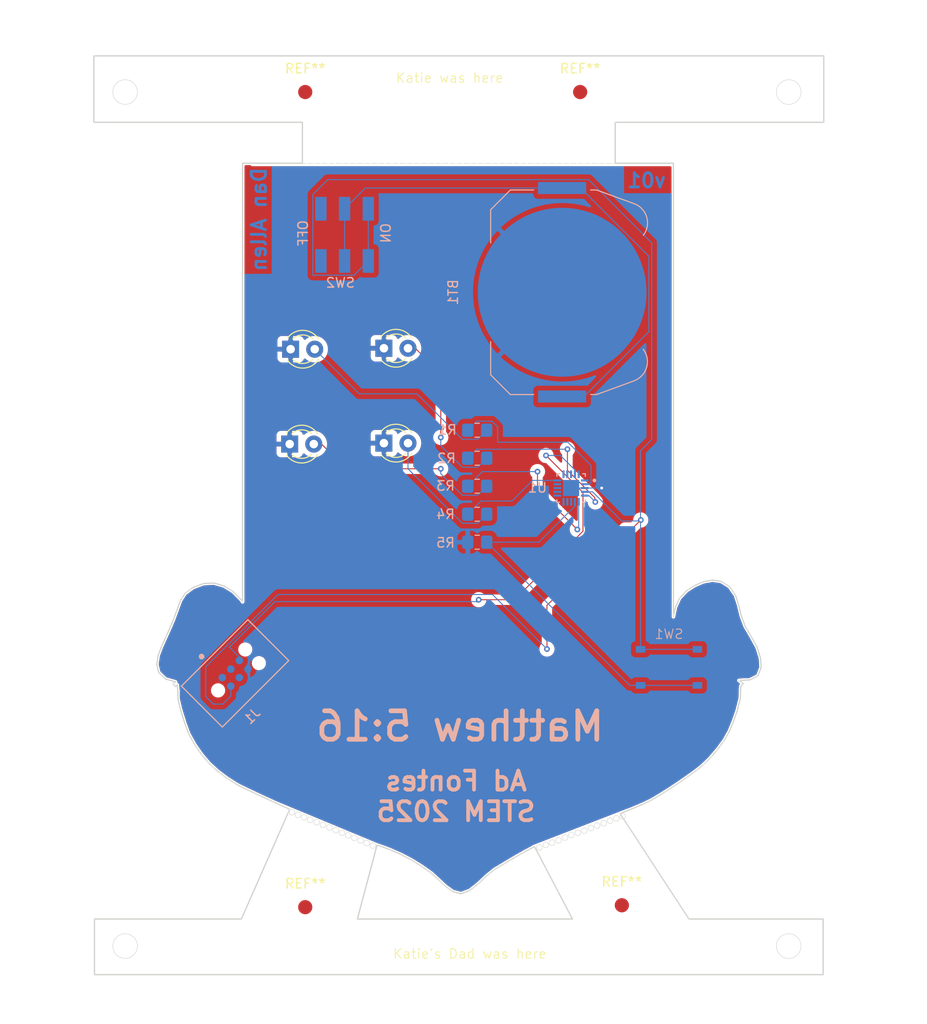
<source format=kicad_pcb>
(kicad_pcb (version 20240108) (generator "pcbnew") (generator_version "8.0")
  (title_block (title "Ad Fontes STEM Event 2025") (date "2025-08-29") (rev "v01") (company "Ad Fontes") (comment 1 "Author: Dan Allen"))
  (layers (0 "F.Cu" signal) (31 "B.Cu" signal) (34 "B.Paste" user) (35 "F.Paste" user) (36 "B.SilkS" user "B.Silkscreen") (37 "F.SilkS" user "F.Silkscreen") (38 "B.Mask" user) (39 "F.Mask" user) (44 "Edge.Cuts" user))
  (net 0 "")
  (net 1 "GND")
  (net 2 "Net-(D1-A)")
  (net 3 "Net-(D2-A)")
  (net 4 "Net-(D3-A)")
  (net 5 "Net-(D4-A)")
  (net 6 "Net-(BT1-+)")
  (net 8 "VCC")
  (net 10 "UPDI")
  (net 16 "LED1")
  (net 17 "BUTTON")
  (net 18 "LED2")
  (net 19 "LED3")
  (net 20 "LED4")
  (footprint "Fiducial:Fiducial_1.5mm_Mask3mm" (layer "F.Cu") (at 126 140.9)
    (property "Reference" "REF**" (at 0 -2.4765 0) (layer "F.SilkS"))
    (property "Value" "Fiducial_1.5mm_Mask3mm")
    (pad "" smd circle (at 0 0) (size 1.5 1.5) (layers "F.Cu" "F.Mask") (clearance 0.75))
  )
  (footprint "LED_THT:LED_D3.0mm" (layer "F.Cu") (at 124.46 82.1)
    (property "Reference" "D1" (hide yes))
    (property "Value" "LED" (hide yes))
    (fp_line (start -0.29 -1.236) (end -0.29 -1.08) (stroke (width 0.12)) (layer "F.SilkS"))
    (fp_line (start -0.29 1.08) (end -0.29 1.236) (stroke (width 0.12)) (layer "F.SilkS"))
    (fp_arc (start -0.29 -1.235516) (mid 1.365624 -1.987701) (end 2.941397 -1.080061) (stroke (width 0.12)) (layer "F.SilkS"))
    (fp_arc (start 0.229039 -1.08) (mid 1.269964 -1.5) (end 2.31091 -1.080049) (stroke (width 0.12)) (layer "F.SilkS"))
    (fp_arc (start 2.31091 1.080049) (mid 1.269964 1.5) (end 0.229039 1.08) (stroke (width 0.12)) (layer "F.SilkS"))
    (fp_arc (start 2.941397 1.080061) (mid 1.365624 1.987701) (end -0.29 1.235516) (stroke (width 0.12)) (layer "F.SilkS"))
    (pad "1" thru_hole rect (at 0 0) (size 1.8 1.8) (drill 0.9) (layers "*.Cu" "*.Mask" "In1.Cu" "In2.Cu" "In3.Cu" "In4.Cu" "In5.Cu" "In6.Cu" "In7.Cu" "In8.Cu" "In9.Cu" "In10.Cu" "In11.Cu" "In12.Cu" "In13.Cu" "In14.Cu" "In15.Cu" "In16.Cu" "In17.Cu" "In18.Cu" "In19.Cu" "In20.Cu" "In21.Cu" "In22.Cu" "In23.Cu" "In24.Cu" "In25.Cu" "In26.Cu" "In27.Cu" "In28.Cu" "In29.Cu" "In30.Cu") (net 1 "GND"))
    (pad "2" thru_hole circle (at 2.54 0) (size 1.8 1.8) (drill 0.9) (layers "*.Cu" "*.Mask" "In1.Cu" "In2.Cu" "In3.Cu" "In4.Cu" "In5.Cu" "In6.Cu" "In7.Cu" "In8.Cu" "In9.Cu" "In10.Cu" "In11.Cu" "In12.Cu" "In13.Cu" "In14.Cu" "In15.Cu" "In16.Cu" "In17.Cu" "In18.Cu" "In19.Cu" "In20.Cu" "In21.Cu" "In22.Cu" "In23.Cu" "In24.Cu" "In25.Cu" "In26.Cu" "In27.Cu" "In28.Cu" "In29.Cu" "In30.Cu") (net 2 "Net-(D1-A)"))
  )
  (footprint "LED_THT:LED_D3.0mm" (layer "F.Cu") (at 134.3 82)
    (property "Reference" "D2" (hide yes))
    (property "Value" "LED" (hide yes))
    (fp_line (start -0.29 -1.236) (end -0.29 -1.08) (stroke (width 0.12)) (layer "F.SilkS"))
    (fp_line (start -0.29 1.08) (end -0.29 1.236) (stroke (width 0.12)) (layer "F.SilkS"))
    (fp_arc (start -0.29 -1.235516) (mid 1.365624 -1.987701) (end 2.941397 -1.080061) (stroke (width 0.12)) (layer "F.SilkS"))
    (fp_arc (start 0.229039 -1.08) (mid 1.269964 -1.5) (end 2.31091 -1.080049) (stroke (width 0.12)) (layer "F.SilkS"))
    (fp_arc (start 2.31091 1.080049) (mid 1.269964 1.5) (end 0.229039 1.08) (stroke (width 0.12)) (layer "F.SilkS"))
    (fp_arc (start 2.941397 1.080061) (mid 1.365624 1.987701) (end -0.29 1.235516) (stroke (width 0.12)) (layer "F.SilkS"))
    (pad "1" thru_hole rect (at 0 0) (size 1.8 1.8) (drill 0.9) (layers "*.Cu" "*.Mask" "In1.Cu" "In2.Cu" "In3.Cu" "In4.Cu" "In5.Cu" "In6.Cu" "In7.Cu" "In8.Cu" "In9.Cu" "In10.Cu" "In11.Cu" "In12.Cu" "In13.Cu" "In14.Cu" "In15.Cu" "In16.Cu" "In17.Cu" "In18.Cu" "In19.Cu" "In20.Cu" "In21.Cu" "In22.Cu" "In23.Cu" "In24.Cu" "In25.Cu" "In26.Cu" "In27.Cu" "In28.Cu" "In29.Cu" "In30.Cu") (net 1 "GND"))
    (pad "2" thru_hole circle (at 2.54 0) (size 1.8 1.8) (drill 0.9) (layers "*.Cu" "*.Mask" "In1.Cu" "In2.Cu" "In3.Cu" "In4.Cu" "In5.Cu" "In6.Cu" "In7.Cu" "In8.Cu" "In9.Cu" "In10.Cu" "In11.Cu" "In12.Cu" "In13.Cu" "In14.Cu" "In15.Cu" "In16.Cu" "In17.Cu" "In18.Cu" "In19.Cu" "In20.Cu" "In21.Cu" "In22.Cu" "In23.Cu" "In24.Cu" "In25.Cu" "In26.Cu" "In27.Cu" "In28.Cu" "In29.Cu" "In30.Cu") (net 3 "Net-(D2-A)"))
  )
  (footprint "Fiducial:Fiducial_1.5mm_Mask3mm" (layer "F.Cu") (at 159.4 140.7)
    (property "Reference" "REF**" (at 0 -2.4765 0) (layer "F.SilkS"))
    (property "Value" "Fiducial_1.5mm_Mask3mm")
    (pad "" smd circle (at 0 0) (size 1.5 1.5) (layers "F.Cu" "F.Mask") (clearance 0.75))
  )
  (footprint "Fiducial:Fiducial_1.5mm_Mask3mm" (layer "F.Cu") (at 126 55)
    (property "Reference" "REF**" (at 0 -2.4765 0) (layer "F.SilkS"))
    (property "Value" "Fiducial_1.5mm_Mask3mm")
    (pad "" smd circle (at 0 0) (size 1.5 1.5) (layers "F.Cu" "F.Mask") (clearance 0.75))
  )
  (footprint "AdFontes_footprint:Ad Fontes Crest Logo" (layer "F.Cu") (at 142.2 99.6)
    (property "Reference" "svg2mod" (hide yes))
    (property "Value" "G***" (hide yes))
    (fp_poly (pts (xy -8.623271 34.749088) (xy -7.934755 34.98814) (xy -7.246093 35.247249) (xy -6.103029 35.750761) (xy -4.99676 36.331018) (xy -3.931762 36.983824) (xy -2.912508 37.704981) (xy -2.231368 38.319918) (xy -1.457639 39.054854) (xy -0.625087 39.660427) (xy 0.23252 39.887276) (xy 1.157449 39.544566) (xy 2.079549 38.808955) (xy 2.965289 37.9712) (xy 3.78114 37.322058) (xy 4.81999 36.699456) (xy 5.861827 36.080979) (xy 6.914031 35.48114) (xy 7.983984 34.914453) (xy 11.986324 42.546029) (xy -10.699113 42.546029) (xy -8.623271 34.749088)) (stroke (width 0.135)) (fill none) (layer "Edge.Cuts"))
    (fp_poly (pts (xy -38.5 -48.41121) (xy -38.5 -41.411121) (xy -16.499792 -41.411121) (xy -16.499792 -37.101306) (xy -22.808968 -37.101306) (xy -22.808968 -35.014095) (xy -22.808968 4.895614) (xy -22.808968 9.125329) (xy -22.950045 8.913456) (xy -23.799365 8.052772) (xy -24.761326 7.450997) (xy -25.808261 7.150269) (xy -26.9125 7.192727) (xy -28.046374 7.620512) (xy -28.879043 8.246729) (xy -29.360749 8.990531) (xy -29.715523 9.956286) (xy -30.087931 10.968756) (xy -30.512345 11.96457) (xy -30.960802 12.95153) (xy -31.405342 13.937439) (xy -31.713334 14.769947) (xy -31.861557 15.707362) (xy -31.655489 16.56809) (xy -30.941288 17.258683) (xy -29.89019 17.553756) (xy -30.14082 17.750643) (xy -29.890706 18.045715) (xy -29.690718 17.887585) (xy -29.624127 18.657035) (xy -29.621989 19.354162) (xy -29.364699 20.449732) (xy -28.899737 21.935029) (xy -28.505261 23.003035) (xy -27.876029 24.145969) (xy -27.129118 25.21737) (xy -26.332532 26.155951) (xy -25.433638 26.979887) (xy -24.456313 27.711148) (xy -23.424435 28.3717) (xy -22.981342 28.600542) (xy -22.108487 29.02025) (xy -20.898763 29.587124) (xy -19.445063 30.257461) (xy -17.840279 30.987561) (xy -22.935575 42.546029) (xy -38.432304 42.546029) (xy -38.432304 48.411304) (xy 38.432255 48.411304) (xy 38.432255 42.546029) (xy 24.274463 42.546029) (xy 17.010307 31.435596) (xy 18.374881 30.89188) (xy 19.519788 30.408358) (xy 20.291243 30.033097) (xy 21.263112 29.457686) (xy 22.219889 28.855935) (xy 23.162286 28.231692) (xy 24.091012 27.588802) (xy 24.866664 27.034681) (xy 25.620117 26.451404) (xy 26.47616 25.631818) (xy 27.297168 24.672667) (xy 28.007568 23.718238) (xy 28.551173 22.743481) (xy 28.973918 21.708024) (xy 29.361164 20.616199) (xy 29.696199 19.289051) (xy 29.741313 18.011609) (xy 29.760433 18.025562) (xy 30.000729 17.721704) (xy 29.554761 17.408545) (xy 29.553211 17.405444) (xy 30.712313 17.346532) (xy 31.543787 16.927437) (xy 31.889983 16.044027) (xy 31.829557 15.07587) (xy 31.471076 13.921349) (xy 30.823827 12.752244) (xy 30.196066 11.678145) (xy 29.796245 10.59866) (xy 29.531238 9.489929) (xy 29.184329 8.432734) (xy 28.538802 7.507857) (xy 27.687145 6.973471) (xy 26.756073 6.835441) (xy 25.802588 7.006772) (xy 24.883692 7.400469) (xy 24.056388 7.929536) (xy 23.286545 8.739221) (xy 22.859356 9.673914) (xy 22.638904 10.696809) (xy 22.638904 4.895614) (xy 22.638904 -37.101306) (xy 16.499743 -37.101306) (xy 16.499743 -41.411121) (xy 38.5 -41.411306) (xy 38.5 -48.411304) (xy -38.5 -48.41121)) (stroke (width 0.135)) (fill none) (layer "Edge.Cuts"))
  )
  (footprint "Fiducial:Fiducial_1.5mm_Mask3mm" (layer "F.Cu") (at 155 55)
    (property "Reference" "REF**" (at 0 -2.4765 0) (layer "F.SilkS"))
    (property "Value" "Fiducial_1.5mm_Mask3mm")
    (pad "" smd circle (at 0 0) (size 1.5 1.5) (layers "F.Cu" "F.Mask") (clearance 0.75))
  )
  (footprint "LED_THT:LED_D3.0mm" (layer "F.Cu") (at 124.36 92.1)
    (property "Reference" "D3" (hide yes))
    (property "Value" "LED" (hide yes))
    (fp_line (start -0.29 -1.236) (end -0.29 -1.08) (stroke (width 0.12)) (layer "F.SilkS"))
    (fp_line (start -0.29 1.08) (end -0.29 1.236) (stroke (width 0.12)) (layer "F.SilkS"))
    (fp_arc (start -0.29 -1.235516) (mid 1.365624 -1.987701) (end 2.941397 -1.080061) (stroke (width 0.12)) (layer "F.SilkS"))
    (fp_arc (start 0.229039 -1.08) (mid 1.269964 -1.5) (end 2.31091 -1.080049) (stroke (width 0.12)) (layer "F.SilkS"))
    (fp_arc (start 2.31091 1.080049) (mid 1.269964 1.5) (end 0.229039 1.08) (stroke (width 0.12)) (layer "F.SilkS"))
    (fp_arc (start 2.941397 1.080061) (mid 1.365624 1.987701) (end -0.29 1.235516) (stroke (width 0.12)) (layer "F.SilkS"))
    (pad "1" thru_hole rect (at 0 0) (size 1.8 1.8) (drill 0.9) (layers "*.Cu" "*.Mask" "In1.Cu" "In2.Cu" "In3.Cu" "In4.Cu" "In5.Cu" "In6.Cu" "In7.Cu" "In8.Cu" "In9.Cu" "In10.Cu" "In11.Cu" "In12.Cu" "In13.Cu" "In14.Cu" "In15.Cu" "In16.Cu" "In17.Cu" "In18.Cu" "In19.Cu" "In20.Cu" "In21.Cu" "In22.Cu" "In23.Cu" "In24.Cu" "In25.Cu" "In26.Cu" "In27.Cu" "In28.Cu" "In29.Cu" "In30.Cu") (net 1 "GND"))
    (pad "2" thru_hole circle (at 2.54 0) (size 1.8 1.8) (drill 0.9) (layers "*.Cu" "*.Mask" "In1.Cu" "In2.Cu" "In3.Cu" "In4.Cu" "In5.Cu" "In6.Cu" "In7.Cu" "In8.Cu" "In9.Cu" "In10.Cu" "In11.Cu" "In12.Cu" "In13.Cu" "In14.Cu" "In15.Cu" "In16.Cu" "In17.Cu" "In18.Cu" "In19.Cu" "In20.Cu" "In21.Cu" "In22.Cu" "In23.Cu" "In24.Cu" "In25.Cu" "In26.Cu" "In27.Cu" "In28.Cu" "In29.Cu" "In30.Cu") (net 4 "Net-(D3-A)"))
  )
  (footprint "LED_THT:LED_D3.0mm" (layer "F.Cu") (at 134.3 92)
    (property "Reference" "D4" (hide yes))
    (property "Value" "LED" (hide yes))
    (fp_line (start -0.29 -1.236) (end -0.29 -1.08) (stroke (width 0.12)) (layer "F.SilkS"))
    (fp_line (start -0.29 1.08) (end -0.29 1.236) (stroke (width 0.12)) (layer "F.SilkS"))
    (fp_arc (start -0.29 -1.235516) (mid 1.365624 -1.987701) (end 2.941397 -1.080061) (stroke (width 0.12)) (layer "F.SilkS"))
    (fp_arc (start 0.229039 -1.08) (mid 1.269964 -1.5) (end 2.31091 -1.080049) (stroke (width 0.12)) (layer "F.SilkS"))
    (fp_arc (start 2.31091 1.080049) (mid 1.269964 1.5) (end 0.229039 1.08) (stroke (width 0.12)) (layer "F.SilkS"))
    (fp_arc (start 2.941397 1.080061) (mid 1.365624 1.987701) (end -0.29 1.235516) (stroke (width 0.12)) (layer "F.SilkS"))
    (pad "1" thru_hole rect (at 0 0) (size 1.8 1.8) (drill 0.9) (layers "*.Cu" "*.Mask" "In1.Cu" "In2.Cu" "In3.Cu" "In4.Cu" "In5.Cu" "In6.Cu" "In7.Cu" "In8.Cu" "In9.Cu" "In10.Cu" "In11.Cu" "In12.Cu" "In13.Cu" "In14.Cu" "In15.Cu" "In16.Cu" "In17.Cu" "In18.Cu" "In19.Cu" "In20.Cu" "In21.Cu" "In22.Cu" "In23.Cu" "In24.Cu" "In25.Cu" "In26.Cu" "In27.Cu" "In28.Cu" "In29.Cu" "In30.Cu") (net 1 "GND"))
    (pad "2" thru_hole circle (at 2.54 0) (size 1.8 1.8) (drill 0.9) (layers "*.Cu" "*.Mask" "In1.Cu" "In2.Cu" "In3.Cu" "In4.Cu" "In5.Cu" "In6.Cu" "In7.Cu" "In8.Cu" "In9.Cu" "In10.Cu" "In11.Cu" "In12.Cu" "In13.Cu" "In14.Cu" "In15.Cu" "In16.Cu" "In17.Cu" "In18.Cu" "In19.Cu" "In20.Cu" "In21.Cu" "In22.Cu" "In23.Cu" "In24.Cu" "In25.Cu" "In26.Cu" "In27.Cu" "In28.Cu" "In29.Cu" "In30.Cu") (net 5 "Net-(D4-A)"))
  )
  (footprint "Resistor_SMD:R_0805_2012Metric_Pad1.20x1.40mm_HandSolder" (layer "B.Cu") (at 144.14 99.49 180)
    (property "Reference" "R4" (at 3.34 -0.01 0) (layer "B.SilkS") (effects (justify mirror)))
    (property "Value" "400")
    (fp_line (start 0.227064 0.735) (end -0.227064 0.735) (stroke (width 0.12)) (layer "B.SilkS"))
    (fp_line (start 0.227064 -0.735) (end -0.227064 -0.735) (stroke (width 0.12)) (layer "B.SilkS"))
    (pad "1" smd roundrect (at -1 0 180) (size 1.2 1.4) (layers "B.Cu" "B.Paste" "B.Mask") (roundrect_rratio 0.208333) (net 5 "Net-(D4-A)"))
    (pad "2" smd roundrect (at 1 0 180) (size 1.2 1.4) (layers "B.Cu" "B.Paste" "B.Mask") (roundrect_rratio 0.208333) (net 20 "LED4"))
  )
  (footprint "Battery:BatteryHolder_Keystone_3034_1x20mm" (layer "B.Cu") (at 153.1 76.1 -90)
    (property "Reference" "BT1" (at 0 11.5 90) (layer "B.SilkS") (effects (justify mirror)))
    (property "Value" "Battery_Cell")
    (fp_line (start -8.7 7.54) (end -5.2 7.54) (stroke (width 0.12)) (layer "B.SilkS"))
    (fp_line (start 5.2 7.54) (end 8.7 7.54) (stroke (width 0.12)) (layer "B.SilkS"))
    (fp_line (start -10.78 5.46) (end -8.7 7.54) (stroke (width 0.12)) (layer "B.SilkS"))
    (fp_line (start 10.78 5.46) (end 8.7 7.54) (stroke (width 0.12)) (layer "B.SilkS"))
    (fp_line (start -10.78 3) (end -10.78 5.46) (stroke (width 0.12)) (layer "B.SilkS"))
    (fp_line (start 10.78 3) (end 10.78 5.46) (stroke (width 0.12)) (layer "B.SilkS"))
    (fp_line (start -10.78 -3.63) (end -10.78 -3) (stroke (width 0.12)) (layer "B.SilkS"))
    (fp_line (start 10.78 -3.63) (end 10.78 -3) (stroke (width 0.12)) (layer "B.SilkS"))
    (fp_line (start -9.34 -7.58) (end -10.78 -3.63) (stroke (width 0.12)) (layer "B.SilkS"))
    (fp_line (start 9.34 -7.58) (end 10.78 -3.63) (stroke (width 0.12)) (layer "B.SilkS"))
    (fp_arc (start -9.34 -7.58) (mid -7.921654 -8.918738) (end -6.003354 -8.56653) (stroke (width 0.12)) (layer "B.SilkS"))
    (fp_arc (start 6 -8.55) (mid 7.90634 -8.911669) (end 9.325243 -7.588169) (stroke (width 0.12)) (layer "B.SilkS"))
    (pad "1" smd rect (at -10.985 0 270) (size 1.27 5.08) (layers "B.Cu" "B.Paste" "B.Mask") (net 6 "Net-(BT1-+)"))
    (pad "1" smd rect (at 10.985 0 270) (size 1.27 5.08) (layers "B.Cu" "B.Paste" "B.Mask") (net 6 "Net-(BT1-+)"))
    (pad "2" smd circle (at 0 0 270) (size 17.8 17.8) (layers "B.Cu" "B.Mask") (net 1 "GND"))
  )
  (footprint "misc:PTS526" (layer "B.Cu") (at 164.37 115.63 180)
    (property "Reference" "SW1" (at 0 3.5 0) (layer "B.SilkS") (effects (font (thickness 0.1)) (justify mirror)))
    (property "Value" "SW_SPST")
    (pad "1" smd rect (at -3 1.9 180) (size 1 0.7) (layers "B.Cu" "B.Paste" "B.Mask") (net 8 "VCC"))
    (pad "1" smd rect (at 3 1.9 180) (size 1 0.7) (layers "B.Cu" "B.Paste" "B.Mask") (net 8 "VCC"))
    (pad "2" smd rect (at -3 -1.9 180) (size 1 0.7) (layers "B.Cu" "B.Paste" "B.Mask") (net 17 "BUTTON"))
    (pad "2" smd rect (at 3 -1.9 180) (size 1 0.7) (layers "B.Cu" "B.Paste" "B.Mask") (net 17 "BUTTON"))
  )
  (footprint "Resistor_SMD:R_0805_2012Metric_Pad1.20x1.40mm_HandSolder" (layer "B.Cu") (at 144.14 102.44 180)
    (property "Reference" "R5" (at 3.34 -0.06 0) (layer "B.SilkS") (effects (justify mirror)))
    (property "Value" "10K")
    (fp_line (start 0.227064 0.735) (end -0.227064 0.735) (stroke (width 0.12)) (layer "B.SilkS"))
    (fp_line (start 0.227064 -0.735) (end -0.227064 -0.735) (stroke (width 0.12)) (layer "B.SilkS"))
    (pad "1" smd roundrect (at -1 0 180) (size 1.2 1.4) (layers "B.Cu" "B.Paste" "B.Mask") (roundrect_rratio 0.208333) (net 17 "BUTTON"))
    (pad "2" smd roundrect (at 1 0 180) (size 1.2 1.4) (layers "B.Cu" "B.Paste" "B.Mask") (roundrect_rratio 0.208333) (net 1 "GND"))
  )
  (footprint "misc:switch_JS202011SCQN" (layer "B.Cu") (at 130.15 70.05 180)
    (property "Reference" "SW2" (at 0.44196 -5.04952 0) (layer "B.SilkS") (effects (justify mirror)))
    (property "Value" "SW_SPDT")
    (fp_text user "OFF" (at 4.37896 0.16002 90) (layer "B.SilkS") (effects (justify mirror)))
    (fp_text user "ON" (at -4.35356 0.18288 90) (layer "B.SilkS") (effects (justify mirror)))
    (pad "1" smd rect (at -2.5 -2.75 180) (size 1.2 2.5) (layers "B.Cu" "B.Paste" "B.Mask") (net 8 "VCC"))
    (pad "1" smd rect (at -2.5 2.75 180) (size 1.2 2.5) (layers "B.Cu" "B.Paste" "B.Mask") (net 8 "VCC"))
    (pad "2" smd rect (at 0 -2.75 180) (size 1.2 2.5) (layers "B.Cu" "B.Paste" "B.Mask") (net 6 "Net-(BT1-+)"))
    (pad "2" smd rect (at 0 2.75 180) (size 1.2 2.5) (layers "B.Cu" "B.Paste" "B.Mask") (net 6 "Net-(BT1-+)"))
    (pad "3" smd rect (at 2.5 -2.75 180) (size 1.2 2.5) (layers "B.Cu" "B.Paste" "B.Mask"))
    (pad "3" smd rect (at 2.5 2.75 180) (size 1.2 2.5) (layers "B.Cu" "B.Paste" "B.Mask"))
  )
  (footprint "ATTINY1616-MFR:QFN40P300X300X90-21N" (layer "B.Cu") (at 154.045 96.73 180)
    (property "Reference" "U1" (at 3.545 0.03 0) (layer "B.SilkS") (effects (justify mirror)))
    (property "Value" "ATTINY1616-MFR")
    (fp_line (start 1.5 1.23) (end 1.5 1.5) (stroke (width 0.127)) (layer "B.SilkS"))
    (fp_line (start 1.5 -1.23) (end 1.5 -1.5) (stroke (width 0.127)) (layer "B.SilkS"))
    (fp_line (start 1.23 1.5) (end 1.5 1.5) (stroke (width 0.127)) (layer "B.SilkS"))
    (fp_line (start 1.23 -1.5) (end 1.5 -1.5) (stroke (width 0.127)) (layer "B.SilkS"))
    (fp_line (start -1.23 1.5) (end -1.5 1.5) (stroke (width 0.127)) (layer "B.SilkS"))
    (fp_line (start -1.23 -1.5) (end -1.5 -1.5) (stroke (width 0.127)) (layer "B.SilkS"))
    (fp_line (start -1.5 1.23) (end -1.5 1.5) (stroke (width 0.127)) (layer "B.SilkS"))
    (fp_line (start -1.5 -1.23) (end -1.5 -1.5) (stroke (width 0.127)) (layer "B.SilkS"))
    (fp_circle (center -2.46 0.8) (end -2.36 0.8) (stroke (width 0.2)) (fill none) (layer "B.SilkS"))
    (pad "1" smd roundrect (at -1.45 0.8 180) (size 0.81 0.22) (layers "B.Cu" "B.Paste" "B.Mask") (roundrect_rratio 0.125))
    (pad "2" smd roundrect (at -1.45 0.4 180) (size 0.81 0.22) (layers "B.Cu" "B.Paste" "B.Mask") (roundrect_rratio 0.125) (net 16 "LED1"))
    (pad "3" smd roundrect (at -1.45 0 180) (size 0.81 0.22) (layers "B.Cu" "B.Paste" "B.Mask") (roundrect_rratio 0.125) (net 1 "GND"))
    (pad "4" smd roundrect (at -1.45 -0.4 180) (size 0.81 0.22) (layers "B.Cu" "B.Paste" "B.Mask") (roundrect_rratio 0.125) (net 8 "VCC"))
    (pad "5" smd roundrect (at -1.45 -0.8 180) (size 0.81 0.22) (layers "B.Cu" "B.Paste" "B.Mask") (roundrect_rratio 0.125) (net 18 "LED2"))
    (pad "6" smd roundrect (at -0.8 -1.45 180) (size 0.22 0.81) (layers "B.Cu" "B.Paste" "B.Mask") (roundrect_rratio 0.125) (net 19 "LED3"))
    (pad "7" smd roundrect (at -0.4 -1.45 180) (size 0.22 0.81) (layers "B.Cu" "B.Paste" "B.Mask") (roundrect_rratio 0.125) (net 17 "BUTTON"))
    (pad "8" smd roundrect (at 0 -1.45 180) (size 0.22 0.81) (layers "B.Cu" "B.Paste" "B.Mask") (roundrect_rratio 0.125))
    (pad "9" smd roundrect (at 0.4 -1.45 180) (size 0.22 0.81) (layers "B.Cu" "B.Paste" "B.Mask") (roundrect_rratio 0.125))
    (pad "10" smd roundrect (at 0.8 -1.45 180) (size 0.22 0.81) (layers "B.Cu" "B.Paste" "B.Mask") (roundrect_rratio 0.125))
    (pad "11" smd roundrect (at 1.45 -0.8 180) (size 0.81 0.22) (layers "B.Cu" "B.Paste" "B.Mask") (roundrect_rratio 0.125))
    (pad "12" smd roundrect (at 1.45 -0.4 180) (size 0.81 0.22) (layers "B.Cu" "B.Paste" "B.Mask") (roundrect_rratio 0.125))
    (pad "13" smd roundrect (at 1.45 0 180) (size 0.81 0.22) (layers "B.Cu" "B.Paste" "B.Mask") (roundrect_rratio 0.125))
    (pad "14" smd roundrect (at 1.45 0.4 180) (size 0.81 0.22) (layers "B.Cu" "B.Paste" "B.Mask") (roundrect_rratio 0.125))
    (pad "15" smd roundrect (at 1.45 0.8 180) (size 0.81 0.22) (layers "B.Cu" "B.Paste" "B.Mask") (roundrect_rratio 0.125) (net 20 "LED4"))
    (pad "16" smd roundrect (at 0.8 1.45 180) (size 0.22 0.81) (layers "B.Cu" "B.Paste" "B.Mask") (roundrect_rratio 0.125))
    (pad "17" smd roundrect (at 0.4 1.45 180) (size 0.22 0.81) (layers "B.Cu" "B.Paste" "B.Mask") (roundrect_rratio 0.125))
    (pad "18" smd roundrect (at 0 1.45 180) (size 0.22 0.81) (layers "B.Cu" "B.Paste" "B.Mask") (roundrect_rratio 0.125))
    (pad "19" smd roundrect (at -0.4 1.45 180) (size 0.22 0.81) (layers "B.Cu" "B.Paste" "B.Mask") (roundrect_rratio 0.125) (net 10 "UPDI"))
    (pad "20" smd roundrect (at -0.8 1.45 180) (size 0.22 0.81) (layers "B.Cu" "B.Paste" "B.Mask") (roundrect_rratio 0.125))
    (pad "21" smd rect (at 0 0 180) (size 1.7 1.7) (layers "B.Cu" "B.Mask") (net 1 "GND"))
  )
  (footprint "Resistor_SMD:R_0805_2012Metric_Pad1.20x1.40mm_HandSolder" (layer "B.Cu") (at 144.14 93.59 180)
    (property "Reference" "R2" (at 3.24 -0.01 0) (layer "B.SilkS") (effects (justify mirror)))
    (property "Value" "400")
    (fp_line (start 0.227064 0.735) (end -0.227064 0.735) (stroke (width 0.12)) (layer "B.SilkS"))
    (fp_line (start 0.227064 -0.735) (end -0.227064 -0.735) (stroke (width 0.12)) (layer "B.SilkS"))
    (pad "1" smd roundrect (at -1 0 180) (size 1.2 1.4) (layers "B.Cu" "B.Paste" "B.Mask") (roundrect_rratio 0.208333) (net 3 "Net-(D2-A)"))
    (pad "2" smd roundrect (at 1 0 180) (size 1.2 1.4) (layers "B.Cu" "B.Paste" "B.Mask") (roundrect_rratio 0.208333) (net 18 "LED2"))
  )
  (footprint "Resistor_SMD:R_0805_2012Metric_Pad1.20x1.40mm_HandSolder" (layer "B.Cu") (at 144.14 96.54 180)
    (property "Reference" "R3" (at 3.34 0.04 0) (layer "B.SilkS") (effects (justify mirror)))
    (property "Value" "400")
    (fp_line (start 0.227064 0.735) (end -0.227064 0.735) (stroke (width 0.12)) (layer "B.SilkS"))
    (fp_line (start 0.227064 -0.735) (end -0.227064 -0.735) (stroke (width 0.12)) (layer "B.SilkS"))
    (pad "1" smd roundrect (at -1 0 180) (size 1.2 1.4) (layers "B.Cu" "B.Paste" "B.Mask") (roundrect_rratio 0.208333) (net 4 "Net-(D3-A)"))
    (pad "2" smd roundrect (at 1 0 180) (size 1.2 1.4) (layers "B.Cu" "B.Paste" "B.Mask") (roundrect_rratio 0.208333) (net 19 "LED3"))
  )
  (footprint "Tag Connect:TAG_TC2030-IDC-NL" (layer "B.Cu") (at 118.6 116.26 45)
    (property "Reference" "J1" (at -1.908485 4.453145 45) (layer "B.SilkS") (effects (font (size 1.001835 1.001835)) (justify mirror)))
    (property "Value" "AVR-ISP-6")
    (fp_line (start -4.952999 -3.048) (end -4.952999 3.048) (stroke (width 0.127)) (layer "B.SilkS"))
    (fp_line (start -4.952999 3.048) (end 4.952999 3.048) (stroke (width 0.127)) (layer "B.SilkS"))
    (fp_line (start 4.952999 -3.048) (end -4.952999 -3.048) (stroke (width 0.127)) (layer "B.SilkS"))
    (fp_line (start 4.952999 3.048) (end 4.952999 -3.048) (stroke (width 0.127)) (layer "B.SilkS"))
    (fp_circle (center -1.25 -3.75) (end -1.1 -3.75) (stroke (width 0.3)) (fill none) (layer "B.SilkS"))
    (pad "" np_thru_hole circle (at -2.54 0 45) (size 0.991 0.991) (drill 0.991) (layers "*.Cu" "*.Mask" "In1.Cu" "In2.Cu" "In3.Cu" "In4.Cu" "In5.Cu" "In6.Cu" "In7.Cu" "In8.Cu" "In9.Cu" "In10.Cu" "In11.Cu" "In12.Cu" "In13.Cu" "In14.Cu" "In15.Cu" "In16.Cu" "In17.Cu" "In18.Cu" "In19.Cu" "In20.Cu" "In21.Cu" "In22.Cu" "In23.Cu" "In24.Cu" "In25.Cu" "In26.Cu" "In27.Cu" "In28.Cu" "In29.Cu" "In30.Cu"))
    (pad "" np_thru_hole circle (at 2.54 -1.016 45) (size 0.991 0.991) (drill 0.991) (layers "*.Cu" "*.Mask" "In1.Cu" "In2.Cu" "In3.Cu" "In4.Cu" "In5.Cu" "In6.Cu" "In7.Cu" "In8.Cu" "In9.Cu" "In10.Cu" "In11.Cu" "In12.Cu" "In13.Cu" "In14.Cu" "In15.Cu" "In16.Cu" "In17.Cu" "In18.Cu" "In19.Cu" "In20.Cu" "In21.Cu" "In22.Cu" "In23.Cu" "In24.Cu" "In25.Cu" "In26.Cu" "In27.Cu" "In28.Cu" "In29.Cu" "In30.Cu"))
    (pad "" np_thru_hole circle (at 2.54 1.016 45) (size 0.991 0.991) (drill 0.991) (layers "*.Cu" "*.Mask" "In1.Cu" "In2.Cu" "In3.Cu" "In4.Cu" "In5.Cu" "In6.Cu" "In7.Cu" "In8.Cu" "In9.Cu" "In10.Cu" "In11.Cu" "In12.Cu" "In13.Cu" "In14.Cu" "In15.Cu" "In16.Cu" "In17.Cu" "In18.Cu" "In19.Cu" "In20.Cu" "In21.Cu" "In22.Cu" "In23.Cu" "In24.Cu" "In25.Cu" "In26.Cu" "In27.Cu" "In28.Cu" "In29.Cu" "In30.Cu"))
    (pad "1" smd circle (at -1.27 -0.635 45) (size 0.787 0.787) (layers "B.Cu" "B.Mask"))
    (pad "2" smd circle (at -1.27 0.635 45) (size 0.787 0.787) (layers "B.Cu" "B.Mask") (net 8 "VCC"))
    (pad "3" smd circle (at 0 -0.635 45) (size 0.787 0.787) (layers "B.Cu" "B.Mask"))
    (pad "4" smd circle (at 0 0.635 45) (size 0.787 0.787) (layers "B.Cu" "B.Mask"))
    (pad "5" smd circle (at 1.27 -0.635 45) (size 0.787 0.787) (layers "B.Cu" "B.Mask") (net 10 "UPDI"))
    (pad "6" smd circle (at 1.27 0.635 45) (size 0.787 0.787) (layers "B.Cu" "B.Mask") (net 1 "GND"))
    (zone (net 0) (net_name "") (layer "B.Cu") (connect_pads (clearance 0)) (min_thickness 0.01)
      (keepout (tracks allowed) (vias not_allowed) (pads not_allowed) (copperpour not_allowed) (footprints allowed))
      (fill (thermal_gap 0.508) (thermal_bridge_width 0.508))
      (polygon (pts (xy 118.14987 117.608156) (xy 119.947038 115.810987) (xy 119.048454 114.912403) (xy 117.251286 116.709571)))
    )
  )
  (footprint "Resistor_SMD:R_0805_2012Metric_Pad1.20x1.40mm_HandSolder" (layer "B.Cu") (at 144.14 90.64 180)
    (property "Reference" "R1" (at 3.14 0.04 0) (layer "B.SilkS") (effects (justify mirror)))
    (property "Value" "400")
    (fp_line (start 0.227064 0.735) (end -0.227064 0.735) (stroke (width 0.12)) (layer "B.SilkS"))
    (fp_line (start 0.227064 -0.735) (end -0.227064 -0.735) (stroke (width 0.12)) (layer "B.SilkS"))
    (pad "1" smd roundrect (at -1 0 180) (size 1.2 1.4) (layers "B.Cu" "B.Paste" "B.Mask") (roundrect_rratio 0.208333) (net 2 "Net-(D1-A)"))
    (pad "2" smd roundrect (at 1 0 180) (size 1.2 1.4) (layers "B.Cu" "B.Paste" "B.Mask") (roundrect_rratio 0.208333) (net 16 "LED1"))
  )
  (gr_circle (center 132.493537 134.141715) (end 132.793537 134.141715) (stroke (width 0.05)) (fill none) (layer "Edge.Cuts"))
  (gr_circle (center 129.875501 133.065266) (end 130.175501 133.065266) (stroke (width 0.05)) (fill none) (layer "Edge.Cuts"))
  (gr_circle (center 154.757835 133.073307) (end 155.057835 133.073307) (stroke (width 0.05)) (fill none) (layer "Edge.Cuts"))
  (gr_circle (center 107 145) (end 108.3 145) (stroke (width 0.05)) (fill none) (layer "Edge.Cuts"))
  (gr_circle (center 159.497399 131.309456) (end 159.797399 131.309456) (stroke (width 0.05)) (fill none) (layer "Edge.Cuts"))
  (gr_circle (center 126.522559 131.691746) (end 126.822559 131.691746) (stroke (width 0.05)) (fill none) (layer "Edge.Cuts"))
  (gr_circle (center 156.799957 132.297743) (end 157.099957 132.297743) (stroke (width 0.05)) (fill none) (layer "Edge.Cuts"))
  (gr_line (start 122.507554 62.519854) (end 162.06991 62.523934) (stroke (width 0.05) (type dash)) (layer "Edge.Cuts"))
  (gr_circle (center 129.210818 132.786818) (end 129.510818 132.786818) (stroke (width 0.05)) (fill none) (layer "Edge.Cuts"))
  (gr_circle (center 131.179279 133.602722) (end 131.479279 133.602722) (stroke (width 0.05)) (fill none) (layer "Edge.Cuts"))
  (gr_circle (center 177 145) (end 178.3 145) (stroke (width 0.05)) (fill none) (layer "Edge.Cuts"))
  (gr_circle (center 150.708292 134.598635) (end 151.008292 134.598635) (stroke (width 0.05)) (fill none) (layer "Edge.Cuts"))
  (gr_circle (center 127.198804 131.951473) (end 127.498804 131.951473) (stroke (width 0.05)) (fill none) (layer "Edge.Cuts"))
  (gr_circle (center 157.485944 132.053578) (end 157.785944 132.053578) (stroke (width 0.05)) (fill none) (layer "Edge.Cuts"))
  (gr_circle (center 124.6 130.9) (end 124.9 130.9) (stroke (width 0.05)) (fill none) (layer "Edge.Cuts"))
  (gr_circle (center 158.148678 131.786159) (end 158.448678 131.786159) (stroke (width 0.05)) (fill none) (layer "Edge.Cuts"))
  (gr_circle (center 156.139522 132.565162) (end 156.439522 132.565162) (stroke (width 0.05)) (fill none) (layer "Edge.Cuts"))
  (gr_circle (center 158.823038 131.541994) (end 159.123038 131.541994) (stroke (width 0.05)) (fill none) (layer "Edge.Cuts"))
  (gr_circle (center 128.546135 132.499387) (end 128.846135 132.499387) (stroke (width 0.05)) (fill none) (layer "Edge.Cuts"))
  (gr_circle (center 133.143282 134.40752) (end 133.443282 134.40752) (stroke (width 0.05)) (fill none) (layer "Edge.Cuts"))
  (gr_circle (center 131.836408 133.868527) (end 132.136408 133.868527) (stroke (width 0.05)) (fill none) (layer "Edge.Cuts"))
  (gr_circle (center 125.236217 131.174413) (end 125.536217 131.174413) (stroke (width 0.05)) (fill none) (layer "Edge.Cuts"))
  (gr_circle (center 155.432759 132.843833) (end 155.732759 132.843833) (stroke (width 0.05)) (fill none) (layer "Edge.Cuts"))
  (gr_circle (center 177 55) (end 178.3 55) (stroke (width 0.05)) (fill none) (layer "Edge.Cuts"))
  (gr_circle (center 153.407987 133.559252) (end 153.707987 133.559252) (stroke (width 0.05)) (fill none) (layer "Edge.Cuts"))
  (gr_circle (center 152.733063 133.856219) (end 153.033063 133.856219) (stroke (width 0.05)) (fill none) (layer "Edge.Cuts"))
  (gr_circle (center 127.87247 132.229922) (end 128.17247 132.229922) (stroke (width 0.05)) (fill none) (layer "Edge.Cuts"))
  (gr_circle (center 152.044641 134.099191) (end 152.344641 134.099191) (stroke (width 0.05)) (fill none) (layer "Edge.Cuts"))
  (gr_circle (center 151.383216 134.342164) (end 151.683216 134.342164) (stroke (width 0.05)) (fill none) (layer "Edge.Cuts"))
  (gr_circle (center 154.069413 133.289283) (end 154.369413 133.289283) (stroke (width 0.05)) (fill none) (layer "Edge.Cuts"))
  (gr_circle (center 130.528253 133.335712) (end 130.828253 133.335712) (stroke (width 0.05)) (fill none) (layer "Edge.Cuts"))
  (gr_circle (center 107 55) (end 108.3 55) (stroke (width 0.05)) (fill none) (layer "Edge.Cuts"))
  (gr_circle (center 125.879388 131.426089) (end 126.179388 131.426089) (stroke (width 0.05)) (fill none) (layer "Edge.Cuts"))
  (gr_text "Dan Allen" (at 122 62.8 90) (layer "B.Cu") (effects (font (size 1.5 1.5) (thickness 0.3) (bold yes)) (justify left bottom mirror)))
  (gr_text "v01" (at 164.2 65.2 0) (layer "B.Cu") (effects (font (size 1.5 1.5) (thickness 0.3) (bold yes)) (justify left bottom mirror)))
  (gr_text "Matthew 5:16" (at 157.8 123.6 0) (layer "B.SilkS") (effects (font (size 3 3) (thickness 0.5) (bold yes)) (justify left bottom mirror)))
  (gr_text "Ad Fontes\nSTEM 2025" (at 141.9 132 0) (layer "B.SilkS") (effects (font (size 2 2) (thickness 0.4) (bold yes)) (justify bottom mirror)))
  (gr_text "Katie's Dad was here" (at 135.2 146.4 0) (layer "F.SilkS") (effects (font (size 1 1) (thickness 0.1)) (justify left bottom)))
  (gr_text "Katie was here\n" (at 135.5 54.1 0) (layer "F.SilkS") (effects (font (size 1 1) (thickness 0.1)) (justify left bottom)))
  (via (at 157.27 96.73) (size 0.6) (drill 0.3) (layers "F.Cu" "B.Cu") (net 1))
  (segment (start 154.045 96.73) (end 155.495 96.73) (width 0.1) (layer "B.Cu") (net 1))
  (segment (start 155.495 96.73) (end 157.27 96.73) (width 0.1) (layer "B.Cu") (net 1))
  (segment (start 131.7 86.8) (end 127 82.1) (width 0.1) (layer "B.Cu") (net 2))
  (segment (start 142.575966 91.59) (end 137.785966 86.8) (width 0.1) (layer "B.Cu") (net 2))
  (segment (start 144.19 91.59) (end 142.575966 91.59) (width 0.1) (layer "B.Cu") (net 2))
  (segment (start 145.14 90.64) (end 144.19 91.59) (width 0.1) (layer "B.Cu") (net 2))
  (segment (start 137.785966 86.8) (end 131.7 86.8) (width 0.1) (layer "B.Cu") (net 2))
  (segment (start 140.3 91.4) (end 140.3 84.69) (width 0.1) (layer "F.Cu") (net 3))
  (segment (start 140.3 84.69) (end 137.43 81.82) (width 0.1) (layer "F.Cu") (net 3))
  (via (at 140.3 91.4) (size 0.6) (drill 0.3) (layers "F.Cu" "B.Cu") (net 3))
  (segment (start 145.14 93.59) (end 144.19 94.54) (width 0.1) (layer "B.Cu") (net 3))
  (segment (start 142.575966 94.54) (end 140.3 92.264034) (width 0.1) (layer "B.Cu") (net 3))
  (segment (start 144.19 94.54) (end 142.575966 94.54) (width 0.1) (layer "B.Cu") (net 3))
  (segment (start 140.3 92.264034) (end 140.3 91.4) (width 0.1) (layer "B.Cu") (net 3))
  (segment (start 140.3 94.7) (end 130.32 94.7) (width 0.1) (layer "F.Cu") (net 4))
  (segment (start 130.32 94.7) (end 127.61 91.99) (width 0.1) (layer "F.Cu") (net 4))
  (via (at 140.3 94.7) (size 0.6) (drill 0.3) (layers "F.Cu" "B.Cu") (net 4))
  (segment (start 145.14 96.54) (end 144.19 97.49) (width 0.1) (layer "B.Cu") (net 4))
  (segment (start 144.19 97.49) (end 142.575966 97.49) (width 0.1) (layer "B.Cu") (net 4))
  (segment (start 140.3 95.214034) (end 140.3 94.7) (width 0.1) (layer "B.Cu") (net 4))
  (segment (start 142.575966 97.49) (end 140.3 95.214034) (width 0.1) (layer "B.Cu") (net 4))
  (segment (start 144.19 100.44) (end 142.575966 100.44) (width 0.1) (layer "B.Cu") (net 5))
  (segment (start 145.14 99.49) (end 144.19 100.44) (width 0.1) (layer "B.Cu") (net 5))
  (segment (start 142.575966 100.44) (end 136.84 94.704034) (width 0.1) (layer "B.Cu") (net 5))
  (segment (start 136.84 94.704034) (end 136.84 92) (width 0.1) (layer "B.Cu") (net 5))
  (segment (start 162.25 72.309945) (end 162.25 80.25) (width 0.1) (layer "B.Cu") (net 6))
  (segment (start 162.25 80.25) (end 155.415 87.085) (width 0.1) (layer "B.Cu") (net 6))
  (segment (start 153.1 65.115) (end 155.055055 65.115) (width 0.1) (layer "B.Cu") (net 6))
  (segment (start 155.415 87.085) (end 153.1 87.085) (width 0.1) (layer "B.Cu") (net 6))
  (segment (start 155.055055 65.115) (end 162.25 72.309945) (width 0.1) (layer "B.Cu") (net 6))
  (segment (start 132.335 65.115) (end 153.1 65.115) (width 0.1) (layer "B.Cu") (net 6))
  (segment (start 130.15 67.3) (end 132.335 65.115) (width 0.1) (layer "B.Cu") (net 6))
  (segment (start 130.15 67.3) (end 130.15 72.8) (width 0.1) (layer "B.Cu") (net 6))
  (segment (start 151.5 109.1) (end 151.5 113.7) (width 0.1) (layer "F.Cu") (net 8))
  (segment (start 160.6 100.9) (end 161.4 100.1) (width 0.1) (layer "F.Cu") (net 8))
  (segment (start 159.7 100.9) (end 160.6 100.9) (width 0.1) (layer "F.Cu") (net 8))
  (segment (start 159.7 100.9) (end 151.5 109.1) (width 0.1) (layer "F.Cu") (net 8))
  (via (at 151.5 113.7) (size 0.6) (drill 0.3) (layers "F.Cu" "B.Cu") (net 8))
  (via (at 161.4 100.1) (size 0.6) (drill 0.3) (layers "F.Cu" "B.Cu") (net 8))
  (segment (start 115.5 115.575736) (end 123.125736 107.95) (width 0.1) (layer "B.Cu") (net 8))
  (segment (start 161.3 100.2) (end 161.4 100.1) (width 0.1) (layer "B.Cu") (net 8))
  (segment (start 162.55 91.62) (end 162.55 70.89) (width 0.1) (layer "B.Cu") (net 8))
  (segment (start 161.37 113.73) (end 161.37 92.8) (width 0.1) (layer "B.Cu") (net 8))
  (segment (start 161.37 113.73) (end 167.37 113.73) (width 0.1) (layer "B.Cu") (net 8))
  (segment (start 155.495 97.13) (end 156.307818 97.13) (width 0.1) (layer "B.Cu") (net 8))
  (segment (start 123.125736 107.95) (end 145.75 107.95) (width 0.1) (layer "B.Cu") (net 8))
  (segment (start 159.377818 100.2) (end 161.3 100.2) (width 0.1) (layer "B.Cu") (net 8))
  (segment (start 155.89 64.23) (end 128.37 64.23) (width 0.1) (layer "B.Cu") (net 8))
  (segment (start 132.65 67.3) (end 132.65 72.8) (width 0.1) (layer "B.Cu") (net 8))
  (segment (start 117.3 119.5) (end 116.3 119.5) (width 0.1) (layer "B.Cu") (net 8))
  (segment (start 161.37 92.8) (end 162.55 91.62) (width 0.1) (layer "B.Cu") (net 8))
  (segment (start 118.150987 118.649013) (end 117.3 119.5) (width 0.1) (layer "B.Cu") (net 8))
  (segment (start 132.65 72.8) (end 132.65 73.05) (width 0.1) (layer "B.Cu") (net 8))
  (segment (start 116.3 119.5) (end 115.5 118.7) (width 0.1) (layer "B.Cu") (net 8))
  (segment (start 156.307818 97.13) (end 159.377818 100.2) (width 0.1) (layer "B.Cu") (net 8))
  (segment (start 115.5 118.7) (end 115.5 115.575736) (width 0.1) (layer "B.Cu") (net 8))
  (segment (start 126.8 65.8) (end 126.8 74.3) (width 0.1) (layer "B.Cu") (net 8))
  (segment (start 118.150987 117.607038) (end 118.150987 118.649013) (width 0.1) (layer "B.Cu") (net 8))
  (segment (start 126.8 74.3) (end 131.15 74.3) (width 0.1) (layer "B.Cu") (net 8))
  (segment (start 128.37 64.23) (end 126.8 65.8) (width 0.1) (layer "B.Cu") (net 8))
  (segment (start 162.55 70.89) (end 155.89 64.23) (width 0.1) (layer "B.Cu") (net 8))
  (segment (start 145.75 107.95) (end 151.5 113.7) (width 0.1) (layer "B.Cu") (net 8))
  (segment (start 131.15 74.3) (end 132.65 72.8) (width 0.1) (layer "B.Cu") (net 8))
  (segment (start 155.3 97.2) (end 151.4 93.3) (width 0.1) (layer "F.Cu") (net 10))
  (segment (start 155.3 101.277818) (end 155.3 97.2) (width 0.1) (layer "F.Cu") (net 10))
  (segment (start 148.077818 108.5) (end 155.3 101.277818) (width 0.1) (layer "F.Cu") (net 10))
  (segment (start 144.3 108.5) (end 148.077818 108.5) (width 0.1) (layer "F.Cu") (net 10))
  (via (at 151.4 93.3) (size 0.6) (drill 0.3) (layers "F.Cu" "B.Cu") (net 10))
  (via (at 144.3 108.5) (size 0.6) (drill 0.3) (layers "F.Cu" "B.Cu") (net 10))
  (segment (start 152.918208 93.3) (end 154.445 94.826792) (width 0.1) (layer "B.Cu") (net 10))
  (segment (start 154.445 94.826792) (end 154.445 95.28) (width 0.1) (layer "B.Cu") (net 10))
  (segment (start 151.4 93.3) (end 152.918208 93.3) (width 0.1) (layer "B.Cu") (net 10))
  (segment (start 119.049013 114.549013) (end 118 113.5) (width 0.1) (layer "B.Cu") (net 10))
  (segment (start 119.049013 114.912962) (end 119.049013 114.549013) (width 0.2) (layer "B.Cu") (net 10))
  (segment (start 122.8 108.7) (end 144.1 108.7) (width 0.1) (layer "B.Cu") (net 10))
  (segment (start 144.1 108.7) (end 144.3 108.5) (width 0.2) (layer "B.Cu") (net 10))
  (segment (start 118 113.5) (end 122.8 108.7) (width 0.1) (layer "B.Cu") (net 10))
  (segment (start 143.14 90.64) (end 144.09 89.69) (width 0.1) (layer "B.Cu") (net 16))
  (segment (start 146.3 91.9) (end 153.697818 91.9) (width 0.1) (layer "B.Cu") (net 16))
  (segment (start 156.15 94.352182) (end 156.15 96.15) (width 0.1) (layer "B.Cu") (net 16))
  (segment (start 144.09 89.69) (end 145.704034 89.69) (width 0.1) (layer "B.Cu") (net 16))
  (segment (start 156.15 96.15) (end 155.97 96.33) (width 0.1) (layer "B.Cu") (net 16))
  (segment (start 155.97 96.33) (end 155.495 96.33) (width 0.1) (layer "B.Cu") (net 16))
  (segment (start 145.704034 89.69) (end 146.3 90.285966) (width 0.1) (layer "B.Cu") (net 16))
  (segment (start 153.697818 91.9) (end 156.15 94.352182) (width 0.1) (layer "B.Cu") (net 16))
  (segment (start 146.3 90.285966) (end 146.3 91.9) (width 0.1) (layer "B.Cu") (net 16))
  (segment (start 154.445 98.633208) (end 150.638208 102.44) (width 0.1) (layer "B.Cu") (net 17))
  (segment (start 160.23 117.53) (end 145.14 102.44) (width 0.1) (layer "B.Cu") (net 17))
  (segment (start 150.638208 102.44) (end 145.14 102.44) (width 0.1) (layer "B.Cu") (net 17))
  (segment (start 154.445 98.18) (end 154.445 98.633208) (width 0.1) (layer "B.Cu") (net 17))
  (segment (start 161.37 117.53) (end 167.37 117.53) (width 0.1) (layer "B.Cu") (net 17))
  (segment (start 161.37 117.53) (end 160.23 117.53) (width 0.1) (layer "B.Cu") (net 17))
  (segment (start 153.66 94.86) (end 153.66 92.64) (width 0.1) (layer "F.Cu") (net 18))
  (segment (start 156.55 97.75) (end 153.66 94.86) (width 0.1) (layer "F.Cu") (net 18))
  (segment (start 156.6 98.2) (end 156.55 98.15) (width 0.1) (layer "F.Cu") (net 18))
  (segment (start 156.55 98.15) (end 156.55 97.75) (width 0.1) (layer "F.Cu") (net 18))
  (via (at 156.6 98.2) (size 0.6) (drill 0.3) (layers "F.Cu" "B.Cu") (net 18))
  (via (at 153.66 92.64) (size 0.6) (drill 0.3) (layers "F.Cu" "B.Cu") (net 18))
  (segment (start 144.09 92.64) (end 153.66 92.64) (width 0.1) (layer "B.Cu") (net 18))
  (segment (start 143.14 93.59) (end 144.09 92.64) (width 0.1) (layer "B.Cu") (net 18))
  (segment (start 156.6 98.2) (end 155.93 97.53) (width 0.1) (layer "B.Cu") (net 18))
  (segment (start 155.93 97.53) (end 155.495 97.53) (width 0.1) (layer "B.Cu") (net 18))
  (segment (start 150.5 96.9) (end 154.7 101.1) (width 0.1) (layer "F.Cu") (net 19))
  (segment (start 150.5 95) (end 150.5 96.9) (width 0.1) (layer "F.Cu") (net 19))
  (via (at 150.5 95) (size 0.6) (drill 0.3) (layers "F.Cu" "B.Cu") (net 19))
  (via (at 154.7 101.1) (size 0.6) (drill 0.3) (layers "F.Cu" "B.Cu") (net 19))
  (segment (start 143.14 96.54) (end 144.68 95) (width 0.1) (layer "B.Cu") (net 19))
  (segment (start 154.7 101.1) (end 154.845 100.955) (width 0.1) (layer "B.Cu") (net 19))
  (segment (start 144.68 95) (end 150.5 95) (width 0.1) (layer "B.Cu") (net 19))
  (segment (start 154.845 100.955) (end 154.845 98.18) (width 0.1) (layer "B.Cu") (net 19))
  (segment (start 144.53 98.1) (end 143.14 99.49) (width 0.1) (layer "B.Cu") (net 20))
  (segment (start 152.595 95.93) (end 149.97 95.93) (width 0.1) (layer "B.Cu") (net 20))
  (segment (start 149.97 95.93) (end 147.8 98.1) (width 0.1) (layer "B.Cu") (net 20))
  (segment (start 147.8 98.1) (end 144.53 98.1) (width 0.1) (layer "B.Cu") (net 20))
  (zone (net 1) (net_name "GND") (layers "F.Cu" "B.Cu") (connect_pads (clearance 0.5)) (min_thickness 0.25) (fill yes (thermal_gap 0.5) (thermal_bridge_width 0.5))
    (polygon (pts (xy 96 45.3) (xy 190.4 47) (xy 191.6 153.2) (xy 93.8 152.4)))
  )
  (zone (net 0) (net_name "") (layers "F.Cu" "B.Cu" "Edge.Cuts") (connect_pads (clearance 0)) (min_thickness 0.25)
    (keepout (tracks not_allowed) (vias not_allowed) (pads not_allowed) (copperpour not_allowed) (footprints allowed))
    (fill (thermal_gap 0.5) (thermal_bridge_width 0.5))
    (polygon (pts (xy 120.316607 62.218965) (xy 164.816607 62.118965) (xy 164.816607 62.818965) (xy 120.316607 62.818965) (xy 120.316607 62.618965)))
  )
  (zone (net 0) (net_name "") (layers "F.Cu" "B.Cu" "Edge.Cuts") (connect_pads (clearance 0)) (min_thickness 0.25)
    (keepout (tracks not_allowed) (vias not_allowed) (pads not_allowed) (copperpour not_allowed) (footprints allowed))
    (fill (thermal_gap 0.5) (thermal_bridge_width 0.5))
    (polygon (pts (xy 122.82403 129.6736) (xy 136.4767 135.333725) (xy 136.022793 136.986476) (xy 122.022793 130.986476)))
  )
  (zone (net 0) (net_name "") (layers "F.Cu" "B.Cu" "Edge.Cuts") (connect_pads (clearance 0)) (min_thickness 0.25)
    (keepout (tracks not_allowed) (vias not_allowed) (pads not_allowed) (copperpour not_allowed) (footprints allowed))
    (fill (thermal_gap 0.5) (thermal_bridge_width 0.5))
    (polygon (pts (xy 150.101289 137.302907) (xy 161.601289 132.202907) (xy 159.914843 130.527982) (xy 149.967779 134.370618) (xy 150.101289 137.202907)))
  )
)
</source>
